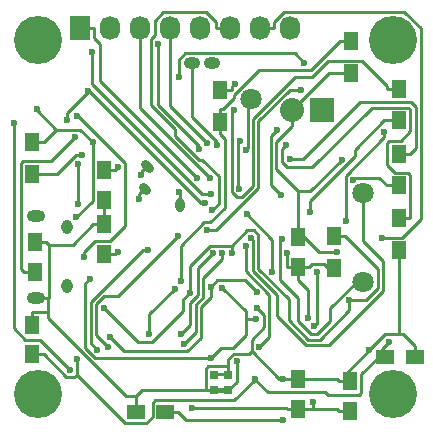
<source format=gbl>
G04 #@! TF.FileFunction,Copper,L2,Bot,Signal*
%FSLAX46Y46*%
G04 Gerber Fmt 4.6, Leading zero omitted, Abs format (unit mm)*
G04 Created by KiCad (PCBNEW (after 2015-mar-04 BZR unknown)-product) date 20/07/2015 3:05:55 PM*
%MOMM*%
G01*
G04 APERTURE LIST*
%ADD10C,0.100000*%
%ADD11C,0.150000*%
%ADD12C,0.800000*%
%ADD13O,0.800000X1.200000*%
%ADD14R,1.727200X2.032000*%
%ADD15O,1.727200X2.032000*%
%ADD16C,4.064000*%
%ADD17R,2.032000X2.032000*%
%ADD18O,2.032000X2.032000*%
%ADD19O,1.400000X1.000000*%
%ADD20R,0.800000X0.800000*%
%ADD21C,1.800000*%
%ADD22R,1.250000X1.500000*%
%ADD23R,1.500000X1.250000*%
%ADD24O,0.950000X1.250000*%
%ADD25O,1.550000X1.000000*%
%ADD26R,1.300000X1.500000*%
%ADD27C,0.600000*%
%ADD28C,0.250000*%
G04 APERTURE END LIST*
D10*
D11*
X146100000Y-160700000D02*
X146800000Y-160700000D01*
X146100000Y-160600000D02*
X146800000Y-160600000D01*
X146100000Y-160600000D02*
X146800000Y-160600000D01*
X146100000Y-160700000D02*
X146800000Y-160700000D01*
X146100000Y-160800000D02*
X146800000Y-160800000D01*
X146100000Y-159400000D02*
X146900000Y-159400000D01*
X146100000Y-159300000D02*
X146900000Y-159300000D01*
X146100000Y-159400000D02*
X146900000Y-159400000D01*
D12*
X140058579Y-141558579D02*
X140341421Y-141841421D01*
X139858579Y-143458579D02*
X140141421Y-143741421D01*
D13*
X143000000Y-145000000D03*
D14*
X134500000Y-130000000D03*
D15*
X137040000Y-130000000D03*
X139580000Y-130000000D03*
X142120000Y-130000000D03*
X144660000Y-130000000D03*
X147200000Y-130000000D03*
X149740000Y-130000000D03*
X152280000Y-130000000D03*
D16*
X131000000Y-161000000D03*
D17*
X155000000Y-137000000D03*
D18*
X152460000Y-137000000D03*
D19*
X144000000Y-133000000D03*
X145700000Y-133000000D03*
D20*
X147100000Y-160700000D03*
X145900000Y-160700000D03*
X145900000Y-159400000D03*
X147100000Y-159400000D03*
D16*
X161000000Y-161000000D03*
X131000000Y-131000000D03*
X161000000Y-131000000D03*
D21*
X158500000Y-144000000D03*
X158500000Y-151500000D03*
X149000000Y-136000000D03*
D22*
X130500000Y-157650000D03*
X130500000Y-155150000D03*
X153000000Y-162250000D03*
X153000000Y-159750000D03*
X157400000Y-162450000D03*
X157400000Y-159950000D03*
D23*
X141750000Y-162500000D03*
X139250000Y-162500000D03*
D22*
X153000000Y-150250000D03*
X153000000Y-147750000D03*
D23*
X160350000Y-157900000D03*
X162850000Y-157900000D03*
D22*
X136600000Y-149150000D03*
X136600000Y-146650000D03*
X130700000Y-150650000D03*
X130700000Y-148150000D03*
X136600000Y-142050000D03*
X136600000Y-144550000D03*
D24*
X133462540Y-146899100D03*
X133462540Y-151899100D03*
D25*
X130762540Y-145899100D03*
X130762540Y-152899100D03*
D26*
X157500000Y-133850000D03*
X157500000Y-131150000D03*
X146400000Y-137950000D03*
X146400000Y-135250000D03*
X156000000Y-150350000D03*
X156000000Y-147650000D03*
X161500000Y-146150000D03*
X161500000Y-148850000D03*
X161500000Y-137850000D03*
X161500000Y-135150000D03*
X161500000Y-143350000D03*
X161500000Y-140650000D03*
X130500000Y-139650000D03*
X130500000Y-142350000D03*
D27*
X160697400Y-156579200D03*
X149364700Y-159750000D03*
X134289900Y-158015300D03*
X156671900Y-141156500D03*
X159024200Y-157308600D03*
X151750000Y-159752600D03*
X149509600Y-153750000D03*
X156286100Y-148950400D03*
X144049300Y-162218700D03*
X154244500Y-161680200D03*
X154343300Y-155293500D03*
X154592100Y-150667100D03*
X151675100Y-163182500D03*
X152049700Y-149107000D03*
X145620700Y-157939300D03*
X146577600Y-152017300D03*
X149451700Y-154655500D03*
X153866000Y-154568700D03*
X135342000Y-151241900D03*
X137741100Y-149023500D03*
X134126600Y-139249200D03*
X137740300Y-141795000D03*
X130878900Y-136900000D03*
X135646200Y-139682600D03*
X134227600Y-146053000D03*
X134336500Y-144883500D03*
X134336500Y-141514500D03*
X134888400Y-149399100D03*
X134279700Y-137442100D03*
X160060400Y-147762900D03*
X128930000Y-138050000D03*
X133664600Y-158948000D03*
X151994900Y-139899500D03*
X154037300Y-145608400D03*
X157633000Y-142853400D03*
X147825300Y-158244400D03*
X147619400Y-134724100D03*
X145708400Y-145460800D03*
X145636300Y-144061600D03*
X135580400Y-132041100D03*
X145303100Y-139777500D03*
X145506100Y-142760300D03*
X144635200Y-140241600D03*
X141169800Y-131379100D03*
X144439500Y-142707100D03*
X142801000Y-147650000D03*
X136887300Y-157007000D03*
X140256800Y-148840200D03*
X136001400Y-157276100D03*
X142551800Y-152092500D03*
X140389100Y-155969100D03*
X145769300Y-149093900D03*
X143045400Y-155964600D03*
X143349900Y-156765000D03*
X146569700Y-149089600D03*
X157054500Y-146331900D03*
X160240100Y-138804900D03*
X153505100Y-132943600D03*
X142885000Y-134159100D03*
X135234400Y-135331000D03*
X133386700Y-137794200D03*
X148633300Y-145776300D03*
X150793400Y-150642000D03*
X145113900Y-144796400D03*
X157324200Y-153081500D03*
X147370100Y-149099500D03*
X143808100Y-152442200D03*
X136521700Y-153698500D03*
X145592400Y-151958300D03*
X137028900Y-156174700D03*
X149486700Y-152409900D03*
X148021800Y-143633400D03*
X148107700Y-139602400D03*
X148558000Y-140379600D03*
X139687200Y-142492900D03*
X139558800Y-144458700D03*
X142892700Y-143894700D03*
X151642500Y-147855200D03*
X149014000Y-147765700D03*
X151515700Y-144150000D03*
X151209200Y-138619300D03*
X145312400Y-147107500D03*
X153245900Y-135258800D03*
X146103500Y-139888100D03*
X143060800Y-151420600D03*
X147525800Y-136959700D03*
X152306400Y-141137800D03*
X134739000Y-140750300D03*
X148554100Y-148437800D03*
X149676400Y-157072200D03*
D28*
X160350000Y-157900000D02*
X160081200Y-157900000D01*
X160081200Y-157900000D02*
X159812400Y-157900000D01*
X160081200Y-157195400D02*
X160697400Y-156579200D01*
X160081200Y-157900000D02*
X160081200Y-157195400D01*
X130500000Y-157650000D02*
X131450300Y-157650000D01*
X150406900Y-160830600D02*
X149364700Y-159788400D01*
X155287500Y-160830600D02*
X150406900Y-160830600D01*
X155513900Y-161057000D02*
X155287500Y-160830600D01*
X158186800Y-161057000D02*
X155513900Y-161057000D01*
X158359500Y-160884300D02*
X158186800Y-161057000D01*
X158359500Y-159352900D02*
X158359500Y-160884300D01*
X159812400Y-157900000D02*
X158359500Y-159352900D01*
X149364700Y-159788400D02*
X149364700Y-159750000D01*
X134038600Y-159573300D02*
X134237000Y-159374900D01*
X133373600Y-159573300D02*
X134038600Y-159573300D01*
X131450300Y-157650000D02*
X133373600Y-159573300D01*
X147603400Y-161549700D02*
X149364700Y-159788400D01*
X140865200Y-161549700D02*
X147603400Y-161549700D01*
X140674600Y-161740300D02*
X140865200Y-161549700D01*
X140674600Y-162916000D02*
X140674600Y-161740300D01*
X140113200Y-163477400D02*
X140674600Y-162916000D01*
X138339500Y-163477400D02*
X140113200Y-163477400D01*
X134237000Y-159374900D02*
X138339500Y-163477400D01*
X134289900Y-159322000D02*
X134289900Y-158015300D01*
X134237000Y-159374900D02*
X134289900Y-159322000D01*
X147100000Y-159400000D02*
X147100000Y-158674700D01*
X145900000Y-160700000D02*
X145174700Y-160700000D01*
X130700000Y-148150000D02*
X131650300Y-148150000D01*
X136600000Y-144550000D02*
X136600000Y-146650000D01*
X136600000Y-146650000D02*
X135649700Y-146650000D01*
X131862800Y-152899100D02*
X131862800Y-148362500D01*
X133937200Y-148362500D02*
X131862800Y-148362500D01*
X135649700Y-146650000D02*
X133937200Y-148362500D01*
X131862800Y-148362500D02*
X131650300Y-148150000D01*
X139250000Y-162500000D02*
X139250000Y-161549700D01*
X130762500Y-152899100D02*
X131787800Y-152899100D01*
X131787800Y-152899100D02*
X131862800Y-152899100D01*
X157500000Y-133850000D02*
X156524700Y-133850000D01*
X155610000Y-133850000D02*
X156524700Y-133850000D01*
X152460000Y-137000000D02*
X155610000Y-133850000D01*
X152460000Y-137000000D02*
X152460000Y-138341300D01*
X156249700Y-159750000D02*
X156449700Y-159950000D01*
X153000000Y-159750000D02*
X156249700Y-159750000D01*
X157400000Y-159950000D02*
X156924900Y-159950000D01*
X156924900Y-159950000D02*
X156449700Y-159950000D01*
X153000000Y-143796500D02*
X153000000Y-146674700D01*
X156924900Y-159407900D02*
X159024200Y-157308600D01*
X156924900Y-159950000D02*
X156924900Y-159407900D01*
X162850000Y-157900000D02*
X162850000Y-156949700D01*
X161500000Y-148850000D02*
X161500000Y-155938700D01*
X160394100Y-155938700D02*
X161500000Y-155938700D01*
X159024200Y-157308600D02*
X160394100Y-155938700D01*
X161839000Y-155938700D02*
X162850000Y-156949700D01*
X161500000Y-155938700D02*
X161839000Y-155938700D01*
X139250000Y-161200500D02*
X139250000Y-161549700D01*
X139750500Y-160700000D02*
X145174700Y-160700000D01*
X139250000Y-161200500D02*
X139750500Y-160700000D01*
X145363100Y-158674700D02*
X147100000Y-158674700D01*
X145174700Y-158863100D02*
X145363100Y-158674700D01*
X145174700Y-160700000D02*
X145174700Y-158863100D01*
X152047100Y-159752600D02*
X152049700Y-159750000D01*
X151750000Y-159752600D02*
X152047100Y-159752600D01*
X153000000Y-159750000D02*
X152049700Y-159750000D01*
X147100000Y-158063500D02*
X147100000Y-158674700D01*
X147544400Y-157619100D02*
X147100000Y-158063500D01*
X148834900Y-157619100D02*
X147544400Y-157619100D01*
X149051100Y-157402900D02*
X148834900Y-157619100D01*
X151398200Y-159750000D02*
X152049700Y-159750000D01*
X149051100Y-157402900D02*
X151398200Y-159750000D01*
X153000000Y-147750000D02*
X153000000Y-147212300D01*
X153000000Y-147212300D02*
X153000000Y-146674700D01*
X154738100Y-148950400D02*
X156286100Y-148950400D01*
X153000000Y-147212300D02*
X154738100Y-148950400D01*
X150107700Y-154348100D02*
X149509600Y-153750000D01*
X150107700Y-155374300D02*
X150107700Y-154348100D01*
X149051100Y-156430900D02*
X150107700Y-155374300D01*
X149051100Y-157402900D02*
X149051100Y-156430900D01*
X130500000Y-155150000D02*
X130500000Y-154074700D01*
X131787800Y-154074700D02*
X130500000Y-154074700D01*
X131787800Y-152899100D02*
X131787800Y-154074700D01*
X138404600Y-161200500D02*
X139250000Y-161200500D01*
X131787800Y-154583700D02*
X138404600Y-161200500D01*
X131787800Y-154074700D02*
X131787800Y-154583700D01*
X154031900Y-143796500D02*
X153000000Y-143796500D01*
X156671900Y-141156500D02*
X154031900Y-143796500D01*
X151149300Y-141945800D02*
X153000000Y-143796500D01*
X151149300Y-139652000D02*
X151149300Y-141945800D01*
X152460000Y-138341300D02*
X151149300Y-139652000D01*
X153237600Y-162250000D02*
X153950300Y-162250000D01*
X157400000Y-162450000D02*
X156449700Y-162450000D01*
X153237600Y-162250000D02*
X153000000Y-162250000D01*
X152018400Y-162218700D02*
X144049300Y-162218700D01*
X152049700Y-162250000D02*
X152018400Y-162218700D01*
X153000000Y-162250000D02*
X152049700Y-162250000D01*
X154244500Y-162250000D02*
X154244500Y-161680200D01*
X156249700Y-162250000D02*
X154244500Y-162250000D01*
X156449700Y-162450000D02*
X156249700Y-162250000D01*
X154244500Y-162250000D02*
X153950300Y-162250000D01*
X154592100Y-155044700D02*
X154592100Y-150667100D01*
X154343300Y-155293500D02*
X154592100Y-155044700D01*
X141750000Y-162500000D02*
X142825300Y-162500000D01*
X143507800Y-163182500D02*
X151675100Y-163182500D01*
X142825300Y-162500000D02*
X143507800Y-163182500D01*
X156000000Y-150350000D02*
X155512400Y-150350000D01*
X153000000Y-150250000D02*
X152049700Y-150250000D01*
X152049700Y-150250000D02*
X152049700Y-149107000D01*
X154158500Y-150041800D02*
X153950300Y-150250000D01*
X155204200Y-150041800D02*
X154158500Y-150041800D01*
X155512400Y-150350000D02*
X155204200Y-150041800D01*
X153000000Y-150250000D02*
X153950300Y-150250000D01*
X148575600Y-154655500D02*
X149451700Y-154655500D01*
X148575600Y-156007500D02*
X148575600Y-154655500D01*
X147507500Y-157075600D02*
X148575600Y-156007500D01*
X146484400Y-157075600D02*
X147507500Y-157075600D01*
X145620700Y-157939300D02*
X146484400Y-157075600D01*
X148575600Y-154015300D02*
X146577600Y-152017300D01*
X148575600Y-154655500D02*
X148575600Y-154015300D01*
X153866000Y-152191300D02*
X153866000Y-154568700D01*
X153000000Y-151325300D02*
X153866000Y-152191300D01*
X153000000Y-150250000D02*
X153000000Y-151325300D01*
X135780300Y-157939300D02*
X145620700Y-157939300D01*
X134984800Y-157143800D02*
X135780300Y-157939300D01*
X134984800Y-151599100D02*
X134984800Y-157143800D01*
X135342000Y-151241900D02*
X134984800Y-151599100D01*
X136600000Y-149150000D02*
X137550300Y-149150000D01*
X137676800Y-149023500D02*
X137741100Y-149023500D01*
X137550300Y-149150000D02*
X137676800Y-149023500D01*
X130700000Y-150650000D02*
X129749700Y-150650000D01*
X132101200Y-141274600D02*
X134126600Y-139249200D01*
X129711000Y-141274600D02*
X132101200Y-141274600D01*
X129524600Y-141461000D02*
X129711000Y-141274600D01*
X129524600Y-150424900D02*
X129524600Y-141461000D01*
X129749700Y-150650000D02*
X129524600Y-150424900D01*
X136600000Y-142050000D02*
X137550300Y-142050000D01*
X137550300Y-141985000D02*
X137740300Y-141795000D01*
X137550300Y-142050000D02*
X137550300Y-141985000D01*
X130500000Y-139650000D02*
X131475300Y-139650000D01*
X130878900Y-137001400D02*
X130878900Y-136900000D01*
X132501400Y-138623900D02*
X130878900Y-137001400D01*
X132501400Y-138623900D02*
X131475300Y-139650000D01*
X135602700Y-139682600D02*
X135646200Y-139682600D01*
X134544000Y-138623900D02*
X135602700Y-139682600D01*
X132501400Y-138623900D02*
X134544000Y-138623900D01*
X135602700Y-144677900D02*
X134227600Y-146053000D01*
X135602700Y-139682600D02*
X135602700Y-144677900D01*
X134336500Y-141514500D02*
X134336500Y-144883500D01*
X134379400Y-137442100D02*
X134279700Y-137442100D01*
X138369300Y-141432000D02*
X134379400Y-137442100D01*
X138369300Y-146792700D02*
X138369300Y-141432000D01*
X137087400Y-148074600D02*
X138369300Y-146792700D01*
X135789400Y-148074600D02*
X137087400Y-148074600D01*
X134888400Y-148975600D02*
X135789400Y-148074600D01*
X134888400Y-149399100D02*
X134888400Y-148975600D01*
X149740000Y-130000000D02*
X150928900Y-130000000D01*
X161818400Y-147762900D02*
X160060400Y-147762900D01*
X163385700Y-146195600D02*
X161818400Y-147762900D01*
X163385700Y-130039700D02*
X163385700Y-146195600D01*
X161973100Y-128627100D02*
X163385700Y-130039700D01*
X151781700Y-128627100D02*
X161973100Y-128627100D01*
X150928900Y-129479900D02*
X151781700Y-128627100D01*
X150928900Y-130000000D02*
X150928900Y-129479900D01*
X131114600Y-156398000D02*
X133664600Y-158948000D01*
X129902500Y-156398000D02*
X131114600Y-156398000D01*
X128930000Y-155425500D02*
X129902500Y-156398000D01*
X128930000Y-138050000D02*
X128930000Y-155425500D01*
X161500000Y-146150000D02*
X162475300Y-146150000D01*
X162475300Y-142465200D02*
X162475300Y-146150000D01*
X162284800Y-142274700D02*
X162475300Y-142465200D01*
X161181300Y-142274700D02*
X162284800Y-142274700D01*
X160507000Y-141600400D02*
X161181300Y-142274700D01*
X160507000Y-139727800D02*
X160507000Y-141600400D01*
X160660200Y-139574600D02*
X160507000Y-139727800D01*
X161681300Y-139574600D02*
X160660200Y-139574600D01*
X162475300Y-138780600D02*
X161681300Y-139574600D01*
X162475300Y-136918300D02*
X162475300Y-138780600D01*
X162331700Y-136774700D02*
X162475300Y-136918300D01*
X159219700Y-136774700D02*
X162331700Y-136774700D01*
X154193700Y-141800700D02*
X159219700Y-136774700D01*
X152066600Y-141800700D02*
X154193700Y-141800700D01*
X151654600Y-141388700D02*
X152066600Y-141800700D01*
X151654600Y-140239800D02*
X151654600Y-141388700D01*
X151994900Y-139899500D02*
X151654600Y-140239800D01*
X161500000Y-137850000D02*
X160524700Y-137850000D01*
X154037300Y-144675700D02*
X154037300Y-145608400D01*
X157824900Y-140888100D02*
X154037300Y-144675700D01*
X157824900Y-140325800D02*
X157824900Y-140888100D01*
X160300700Y-137850000D02*
X157824900Y-140325800D01*
X160524700Y-137850000D02*
X160300700Y-137850000D01*
X161500000Y-143350000D02*
X160524700Y-143350000D01*
X157783500Y-142702900D02*
X157633000Y-142853400D01*
X159877600Y-142702900D02*
X157783500Y-142702900D01*
X160524700Y-143350000D02*
X159877600Y-142702900D01*
X147825300Y-159974700D02*
X147825300Y-158244400D01*
X147100000Y-160700000D02*
X147825300Y-159974700D01*
X147375300Y-134968200D02*
X147619400Y-134724100D01*
X147375300Y-135250000D02*
X147375300Y-134968200D01*
X146400000Y-135250000D02*
X147375300Y-135250000D01*
X147200000Y-130000000D02*
X146011100Y-130000000D01*
X146011100Y-129479900D02*
X146011100Y-130000000D01*
X145186100Y-128654900D02*
X146011100Y-129479900D01*
X141593100Y-128654900D02*
X145186100Y-128654900D01*
X140850000Y-129398000D02*
X141593100Y-128654900D01*
X140850000Y-130630500D02*
X140850000Y-129398000D01*
X140539100Y-130941400D02*
X140850000Y-130630500D01*
X140539100Y-136519500D02*
X140539100Y-130941400D01*
X142579200Y-138559600D02*
X140539100Y-136519500D01*
X142579300Y-138559600D02*
X142579200Y-138559600D01*
X142579300Y-139124000D02*
X142579300Y-138559600D01*
X144613000Y-141157700D02*
X142579300Y-139124000D01*
X144837600Y-141157700D02*
X144613000Y-141157700D01*
X146261600Y-142581700D02*
X144837600Y-141157700D01*
X146261600Y-144907600D02*
X146261600Y-142581700D01*
X145708400Y-145460800D02*
X146261600Y-144907600D01*
X135580400Y-134784300D02*
X135580400Y-132041100D01*
X144857700Y-144061600D02*
X135580400Y-134784300D01*
X145636300Y-144061600D02*
X144857700Y-144061600D01*
X142120000Y-130000000D02*
X142120000Y-131341300D01*
X142120000Y-136594400D02*
X145303100Y-139777500D01*
X142120000Y-131341300D02*
X142120000Y-136594400D01*
X139580000Y-130000000D02*
X139580000Y-131341300D01*
X139580000Y-136834200D02*
X139580000Y-131341300D01*
X145506100Y-142760300D02*
X139580000Y-136834200D01*
X141169800Y-136513300D02*
X141169800Y-131379100D01*
X141169900Y-136513300D02*
X141169800Y-136513300D01*
X144635200Y-139978600D02*
X141169900Y-136513300D01*
X144635200Y-140241600D02*
X144635200Y-139978600D01*
X134500000Y-130000000D02*
X135688900Y-130000000D01*
X135688900Y-130863900D02*
X135688900Y-130000000D01*
X136205700Y-131380700D02*
X135688900Y-130863900D01*
X136205700Y-134473300D02*
X136205700Y-131380700D01*
X144439500Y-142707100D02*
X136205700Y-134473300D01*
X137705800Y-152745200D02*
X142801000Y-147650000D01*
X136568300Y-152745200D02*
X137705800Y-152745200D01*
X135896300Y-153417200D02*
X136568300Y-152745200D01*
X135896300Y-156016000D02*
X135896300Y-153417200D01*
X136887300Y-157007000D02*
X135896300Y-156016000D01*
X140256800Y-148840300D02*
X140256800Y-148840200D01*
X139823400Y-148840300D02*
X140256800Y-148840300D01*
X135446000Y-153217700D02*
X139823400Y-148840300D01*
X135446000Y-156720700D02*
X135446000Y-153217700D01*
X136001400Y-157276100D02*
X135446000Y-156720700D01*
X140389100Y-154255200D02*
X142551800Y-152092500D01*
X140389100Y-155969100D02*
X140389100Y-154255200D01*
X144516700Y-150346500D02*
X145769300Y-149093900D01*
X144516700Y-152618000D02*
X144516700Y-150346500D01*
X143868100Y-153266600D02*
X144516700Y-152618000D01*
X143868100Y-155141900D02*
X143868100Y-153266600D01*
X143045400Y-155964600D02*
X143868100Y-155141900D01*
X146569700Y-149569400D02*
X146569700Y-149089600D01*
X144967000Y-151172100D02*
X146569700Y-149569400D01*
X144967000Y-152804600D02*
X144967000Y-151172100D01*
X144318400Y-153453200D02*
X144967000Y-152804600D01*
X144318400Y-155796500D02*
X144318400Y-153453200D01*
X143349900Y-156765000D02*
X144318400Y-155796500D01*
X160240100Y-139280300D02*
X160240100Y-138804900D01*
X157007600Y-142512800D02*
X160240100Y-139280300D01*
X157007600Y-146285000D02*
X157007600Y-142512800D01*
X157054500Y-146331900D02*
X157007600Y-146285000D01*
X142885000Y-132714800D02*
X142885000Y-134159100D01*
X143425200Y-132174600D02*
X142885000Y-132714800D01*
X152736100Y-132174600D02*
X143425200Y-132174600D01*
X153505100Y-132943600D02*
X152736100Y-132174600D01*
X133386700Y-137228500D02*
X133386700Y-137794200D01*
X135284200Y-135331000D02*
X133386700Y-137228500D01*
X150793400Y-147936400D02*
X148633300Y-145776300D01*
X150793400Y-150642000D02*
X150793400Y-147936400D01*
X144749600Y-144796400D02*
X135284200Y-135331000D01*
X145113900Y-144796400D02*
X144749600Y-144796400D01*
X135284200Y-135331000D02*
X135234400Y-135331000D01*
X156000000Y-147650000D02*
X156975300Y-147650000D01*
X159747800Y-150422500D02*
X156975300Y-147650000D01*
X159747800Y-152064300D02*
X159747800Y-150422500D01*
X158730600Y-153081500D02*
X159747800Y-152064300D01*
X157324200Y-153081500D02*
X158730600Y-153081500D01*
X147370100Y-148456600D02*
X147370100Y-149099500D01*
X143808100Y-150170200D02*
X143808100Y-152442200D01*
X145521700Y-148456600D02*
X143808100Y-150170200D01*
X147370100Y-148456600D02*
X145521700Y-148456600D01*
X148686300Y-147140400D02*
X147370100Y-148456600D01*
X149273100Y-147140400D02*
X148686300Y-147140400D01*
X149639300Y-147506600D02*
X149273100Y-147140400D01*
X149639300Y-150404300D02*
X149639300Y-147506600D01*
X152239300Y-153004300D02*
X149639300Y-150404300D01*
X152239300Y-154783000D02*
X152239300Y-153004300D01*
X153866200Y-156409900D02*
X152239300Y-154783000D01*
X154823900Y-156409900D02*
X153866200Y-156409900D01*
X157324200Y-153909600D02*
X154823900Y-156409900D01*
X157324200Y-153081500D02*
X157324200Y-153909600D01*
X143252400Y-152997900D02*
X143808100Y-152442200D01*
X143252400Y-153990200D02*
X143252400Y-152997900D01*
X140648200Y-156594400D02*
X143252400Y-153990200D01*
X139417600Y-156594400D02*
X140648200Y-156594400D01*
X136521700Y-153698500D02*
X139417600Y-156594400D01*
X146158800Y-151391900D02*
X145592400Y-151958300D01*
X148468700Y-151391900D02*
X146158800Y-151391900D01*
X149486700Y-152409900D02*
X148468700Y-151391900D01*
X145592400Y-152816100D02*
X145592400Y-151958300D01*
X144768700Y-153639800D02*
X145592400Y-152816100D01*
X144768700Y-156230600D02*
X144768700Y-153639800D01*
X143609000Y-157390300D02*
X144768700Y-156230600D01*
X138244500Y-157390300D02*
X143609000Y-157390300D01*
X137028900Y-156174700D02*
X138244500Y-157390300D01*
X147932700Y-139777400D02*
X148107700Y-139602400D01*
X147932700Y-143544300D02*
X147932700Y-139777400D01*
X148021800Y-143633400D02*
X147932700Y-143544300D01*
X148733100Y-140204500D02*
X148558000Y-140379600D01*
X148733100Y-136266900D02*
X148733100Y-140204500D01*
X149000000Y-136000000D02*
X148733100Y-136266900D01*
X140200000Y-141700000D02*
X139687200Y-142212800D01*
X139687200Y-142212900D02*
X139687200Y-142492900D01*
X139687200Y-142212800D02*
X139687200Y-142212900D01*
X140000000Y-143600000D02*
X139487200Y-144112800D01*
X139558800Y-144184500D02*
X139558800Y-144458700D01*
X139487200Y-144112800D02*
X139558800Y-144184500D01*
X143000000Y-144002000D02*
X142892700Y-143894700D01*
X143000000Y-145000000D02*
X143000000Y-144002000D01*
X157983600Y-151500000D02*
X158500000Y-151500000D01*
X155724500Y-153759100D02*
X157983600Y-151500000D01*
X155724500Y-154819200D02*
X155724500Y-153759100D01*
X154607300Y-155936400D02*
X155724500Y-154819200D01*
X154089700Y-155936400D02*
X154607300Y-155936400D01*
X152953300Y-154800000D02*
X154089700Y-155936400D01*
X152953300Y-152879200D02*
X152953300Y-154800000D01*
X151420400Y-151346300D02*
X152953300Y-152879200D01*
X151420400Y-148077300D02*
X151420400Y-151346300D01*
X151642500Y-147855200D02*
X151420400Y-148077300D01*
X149179400Y-147931100D02*
X149014000Y-147765700D01*
X149179400Y-150581300D02*
X149179400Y-147931100D01*
X151239800Y-152641700D02*
X149179400Y-150581300D01*
X151239800Y-154429800D02*
X151239800Y-152641700D01*
X153690300Y-156880300D02*
X151239800Y-154429800D01*
X155630700Y-156880300D02*
X153690300Y-156880300D01*
X160200700Y-152310300D02*
X155630700Y-156880300D01*
X160200700Y-149738300D02*
X160200700Y-152310300D01*
X158500000Y-148037600D02*
X160200700Y-149738300D01*
X158500000Y-144000000D02*
X158500000Y-148037600D01*
X150659700Y-139168800D02*
X151209200Y-138619300D01*
X150659700Y-143294000D02*
X150659700Y-139168800D01*
X151515700Y-144150000D02*
X150659700Y-143294000D01*
X152290500Y-135258800D02*
X153245900Y-135258800D01*
X149633700Y-137915600D02*
X152290500Y-135258800D01*
X149633700Y-143542900D02*
X149633700Y-137915600D01*
X146069100Y-147107500D02*
X149633700Y-143542900D01*
X145312400Y-147107500D02*
X146069100Y-147107500D01*
X146103500Y-139668900D02*
X146103500Y-139888100D01*
X144000000Y-137565400D02*
X146103500Y-139668900D01*
X144000000Y-133000000D02*
X144000000Y-137565400D01*
X157500000Y-131150000D02*
X156524700Y-131150000D01*
X146400000Y-137412300D02*
X146400000Y-136874700D01*
X146400000Y-137412300D02*
X146400000Y-137950000D01*
X146400000Y-137950000D02*
X146400000Y-139025300D01*
X154099600Y-133575100D02*
X156524700Y-131150000D01*
X149687400Y-133575100D02*
X154099600Y-133575100D01*
X147531000Y-135731500D02*
X149687400Y-133575100D01*
X147531000Y-135982300D02*
X147531000Y-135731500D01*
X146638600Y-136874700D02*
X147531000Y-135982300D01*
X146400000Y-136874700D02*
X146638600Y-136874700D01*
X143060800Y-148474800D02*
X143060800Y-151420600D01*
X145053400Y-146482200D02*
X143060800Y-148474800D01*
X145571400Y-146482200D02*
X145053400Y-146482200D01*
X146782600Y-145271000D02*
X145571400Y-146482200D01*
X146782600Y-139407900D02*
X146782600Y-145271000D01*
X146400000Y-139025300D02*
X146782600Y-139407900D01*
X161500000Y-135150000D02*
X160524700Y-135150000D01*
X147396500Y-137089000D02*
X147525800Y-136959700D01*
X147396500Y-143929900D02*
X147396500Y-137089000D01*
X147788600Y-144322000D02*
X147396500Y-143929900D01*
X148217700Y-144322000D02*
X147788600Y-144322000D01*
X149183400Y-143356300D02*
X148217700Y-144322000D01*
X149183400Y-137729000D02*
X149183400Y-143356300D01*
X152767500Y-134144900D02*
X149183400Y-137729000D01*
X154166700Y-134144900D02*
X152767500Y-134144900D01*
X155537000Y-132774600D02*
X154166700Y-134144900D01*
X158393100Y-132774600D02*
X155537000Y-132774600D01*
X160524700Y-134906200D02*
X158393100Y-132774600D01*
X160524700Y-135150000D02*
X160524700Y-134906200D01*
X162935300Y-140190000D02*
X162475300Y-140650000D01*
X162935300Y-136687500D02*
X162935300Y-140190000D01*
X162529800Y-136282000D02*
X162935300Y-136687500D01*
X158246600Y-136282000D02*
X162529800Y-136282000D01*
X153390800Y-141137800D02*
X158246600Y-136282000D01*
X152306400Y-141137800D02*
X153390800Y-141137800D01*
X161500000Y-140650000D02*
X162475300Y-140650000D01*
X130500000Y-142350000D02*
X131475300Y-142350000D01*
X132616700Y-142350000D02*
X131475300Y-142350000D01*
X134216400Y-140750300D02*
X132616700Y-142350000D01*
X134739000Y-140750300D02*
X134216400Y-140750300D01*
X148554100Y-150592900D02*
X148554100Y-148437800D01*
X150558800Y-152597600D02*
X148554100Y-150592900D01*
X150558800Y-156189800D02*
X150558800Y-152597600D01*
X149676400Y-157072200D02*
X150558800Y-156189800D01*
M02*

</source>
